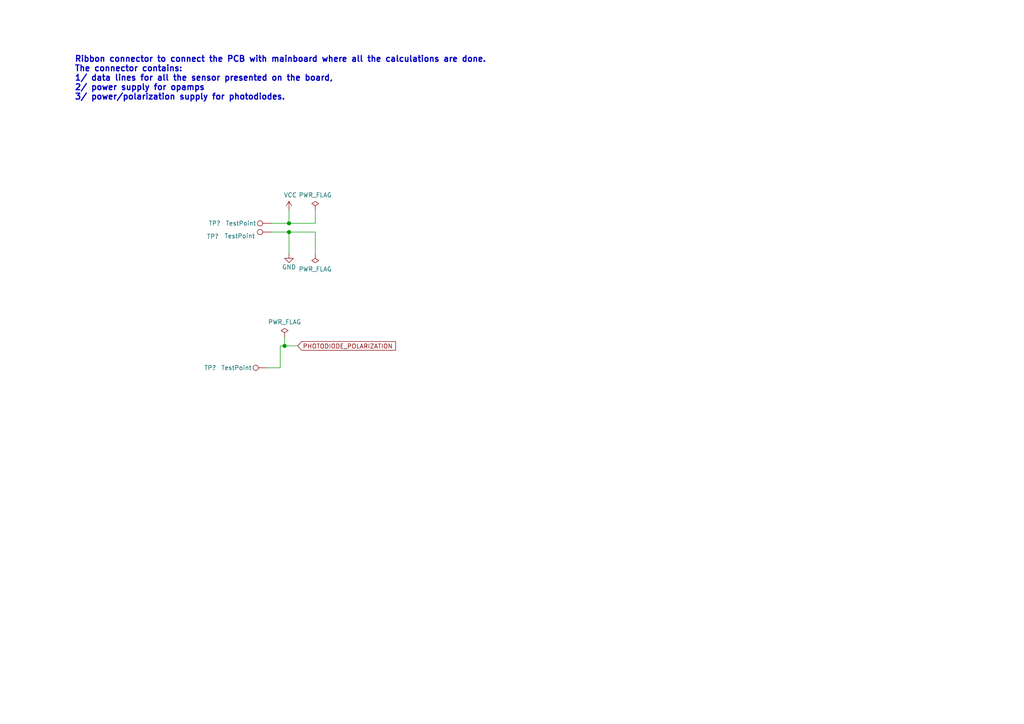
<source format=kicad_sch>
(kicad_sch (version 20210621) (generator eeschema)
  (paper "A4")
  (title_block (company "Ribbon cable connector."))
  (lib_symbols
    (symbol "Connector:TestPoint" (pin_numbers hide) (pin_names (offset 0.762) hide)
      (property "Reference" "TP" (at 0 6.858 0))
      (property "Value" "TestPoint" (at 0 5.08 0))
      (symbol "TestPoint_0_1"
        (circle (center 0 3.302) (radius 0.762))
      )
      (symbol "TestPoint_1_1"
        (pin passive line (at 0 0 90) (length 2.54) (name "1") (number "1"))
      )
    )
    (symbol "power:GND" (power) (pin_names (offset 0))
      (property "Value" "GND" (at 0 -3.81 0))
      (symbol "GND_0_1"
        (polyline (pts (xy 0 0) (xy 0 -1.27) (xy 1.27 -1.27) (xy 0 -2.54) (xy -1.27 -1.27) (xy 0 -1.27)))
      )
      (symbol "GND_1_1"
        (pin power_in line (at 0 0 270) (length 0) hide (name "GND") (number "1"))
      )
    )
    (symbol "power:PWR_FLAG" (power) (pin_numbers hide) (pin_names (offset 0) hide)
      (property "Value" "PWR_FLAG" (at 0 3.81 0))
      (symbol "PWR_FLAG_0_0"
        (pin power_out line (at 0 0 90) (length 0) (name "pwr") (number "1"))
      )
      (symbol "PWR_FLAG_0_1"
        (polyline (pts (xy 0 0) (xy 0 1.27) (xy -1.016 1.905) (xy 0 2.54) (xy 1.016 1.905) (xy 0 1.27)))
      )
    )
    (symbol "power:VCC" (power) (pin_names (offset 0))
      (property "Value" "VCC" (at 0 3.81 0))
      (symbol "VCC_0_1"
        (polyline (pts (xy -0.762 1.27) (xy 0 2.54)))
        (polyline (pts (xy 0 0) (xy 0 2.54)))
        (polyline (pts (xy 0 2.54) (xy 0.762 1.27)))
      )
      (symbol "VCC_1_1"
        (pin power_in line (at 0 0 90) (length 0) hide (name "VCC") (number "1"))
      )
    )
  )
  (junction (at 82.55 100.33) (diameter 1.016))
  (junction (at 83.82 64.77) (diameter 1.016))
  (junction (at 83.82 67.31) (diameter 1.016))
  (wire (pts (xy 77.47 106.68) (xy 81.28 106.68)))
  (wire (pts (xy 78.74 64.77) (xy 83.82 64.77)))
  (wire (pts (xy 78.74 67.31) (xy 83.82 67.31)))
  (wire (pts (xy 81.28 100.33) (xy 82.55 100.33)))
  (wire (pts (xy 81.28 106.68) (xy 81.28 100.33)))
  (wire (pts (xy 82.55 97.79) (xy 82.55 100.33)))
  (wire (pts (xy 82.55 100.33) (xy 86.36 100.33)))
  (wire (pts (xy 83.82 64.77) (xy 83.82 60.96)))
  (wire (pts (xy 83.82 64.77) (xy 91.44 64.77)))
  (wire (pts (xy 83.82 67.31) (xy 83.82 73.66)))
  (wire (pts (xy 91.44 64.77) (xy 91.44 60.96)))
  (wire (pts (xy 91.44 67.31) (xy 83.82 67.31)))
  (wire (pts (xy 91.44 67.31) (xy 91.44 73.66)))
  (text "Ribbon connector to connect the PCB with mainboard where all the calculations are done. \nThe connector contains:\n1/ data lines for all the sensor presented on the board,\n2/ power supply for opamps\n3/ power/polarization supply for photodiodes." (at 21.59 29.21 0) (effects (font (size 1.7 1.7) (thickness 0.34) bold) (justify left bottom)))
  (global_label "PHOTODIODE_POLARIZATION" (shape input) (at 86.36 100.33 0) (property "Intersheet References" "${INTERSHEET_REFS}" (effects hide)))
  (symbol (lib_id "power:VCC") (at 83.82 60.96 0) (unit 1)
    (property "Reference" "#PWR?" (effects hide))
    (property "Value" "VCC" (at 84.201 56.5658 0))
  )
  (symbol (lib_id "power:PWR_FLAG") (at 82.55 97.79 0) (unit 1)
    (property "Reference" "#FLG?" (effects hide))
    (property "Value" "PWR_FLAG" (at 82.55 93.3958 0))
  )
  (symbol (lib_id "power:PWR_FLAG") (at 91.44 60.96 0) (unit 1)
    (property "Reference" "#FLG?" (effects hide))
    (property "Value" "PWR_FLAG" (at 91.44 56.5658 0))
  )
  (symbol (lib_id "power:PWR_FLAG") (at 91.44 73.66 180) (unit 1)
    (property "Reference" "#FLG?" (effects hide))
    (property "Value" "PWR_FLAG" (at 91.44 78.0542 0))
  )
  (symbol (lib_id "Connector:TestPoint") (at 77.47 106.68 90) (unit 1)
    (property "Reference" "TP?" (at 60.96 106.68 90))
    (property "Value" "TestPoint" (at 68.58 106.68 90))
    (property "Footprint" "TestPoint:TestPoint_THTPad_D2.5mm_Drill1.2mm" (effects hide))
  )
  (symbol (lib_id "Connector:TestPoint") (at 78.74 64.77 90) (unit 1)
    (property "Reference" "TP?" (at 62.23 64.77 90))
    (property "Value" "TestPoint" (at 69.85 64.77 90))
    (property "Footprint" "TestPoint:TestPoint_THTPad_D2.5mm_Drill1.2mm" (effects hide))
  )
  (symbol (lib_id "Connector:TestPoint") (at 78.74 67.31 90) (unit 1)
    (property "Reference" "TP?" (at 63.5 68.58 90) (effects (justify left)))
    (property "Value" "TestPoint" (at 73.9902 68.453 90) (effects (justify left)))
    (property "Footprint" "TestPoint:TestPoint_THTPad_D2.5mm_Drill1.2mm" (effects hide))
  )
  (symbol (lib_id "power:GND") (at 83.82 73.66 0) (unit 1)
    (property "Reference" "#PWR?" (effects hide))
    (property "Value" "GND" (at 83.82 77.47 0))
  )
)
</source>
